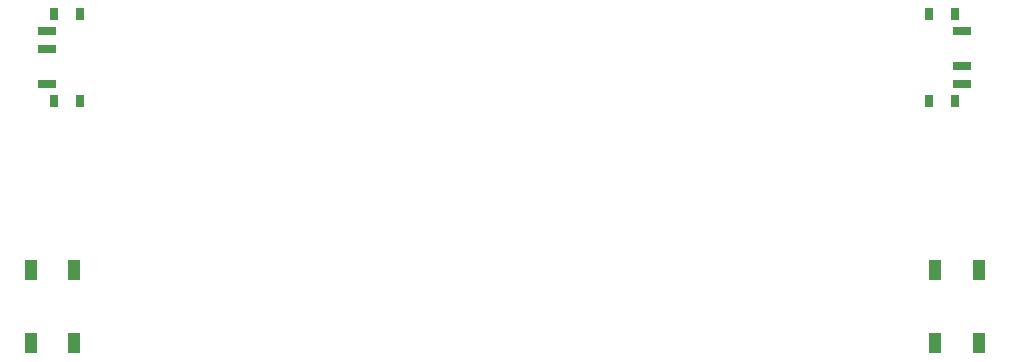
<source format=gbr>
%TF.GenerationSoftware,KiCad,Pcbnew,8.0.2-1.fc40*%
%TF.CreationDate,2024-06-26T22:38:01-04:00*%
%TF.ProjectId,BatBoard,42617442-6f61-4726-942e-6b696361645f,v1.0.0*%
%TF.SameCoordinates,Original*%
%TF.FileFunction,Paste,Top*%
%TF.FilePolarity,Positive*%
%FSLAX46Y46*%
G04 Gerber Fmt 4.6, Leading zero omitted, Abs format (unit mm)*
G04 Created by KiCad (PCBNEW 8.0.2-1.fc40) date 2024-06-26 22:38:01*
%MOMM*%
%LPD*%
G01*
G04 APERTURE LIST*
%ADD10R,1.100000X1.800000*%
%ADD11R,0.800000X1.000000*%
%ADD12R,1.500000X0.700000*%
G04 APERTURE END LIST*
D10*
%TO.C,B1*%
X180400000Y-144000000D03*
X180400000Y-137800000D03*
X184100000Y-144000000D03*
X184100000Y-137800000D03*
%TD*%
D11*
%TO.C,PWR1*%
X182415000Y-116200000D03*
X182415000Y-123500000D03*
X184625000Y-116200000D03*
X184625000Y-123500000D03*
D12*
X181765000Y-122100000D03*
X181765000Y-119100000D03*
X181765000Y-117600000D03*
%TD*%
D10*
%TO.C,B2*%
X260670637Y-137800000D03*
X260670637Y-144000000D03*
X256970637Y-137800000D03*
X256970637Y-144000000D03*
%TD*%
D11*
%TO.C,PWR2*%
X258655637Y-123500000D03*
X258655637Y-116200000D03*
X256445637Y-123500000D03*
X256445637Y-116200000D03*
D12*
X259305637Y-117600000D03*
X259305637Y-120600000D03*
X259305637Y-122100000D03*
%TD*%
M02*

</source>
